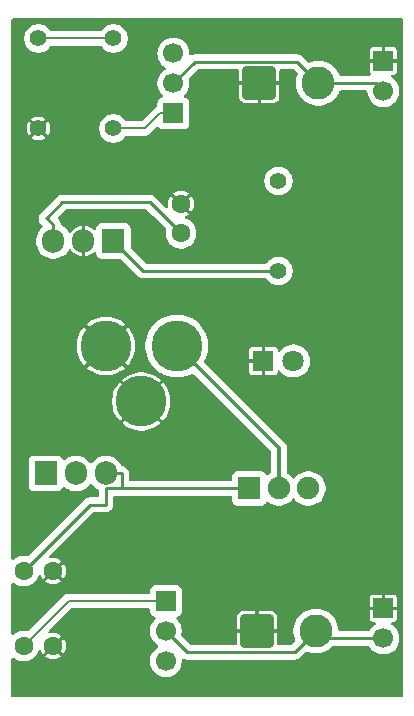
<source format=gbl>
%TF.GenerationSoftware,KiCad,Pcbnew,9.0.6-9.0.6~ubuntu24.04.1*%
%TF.CreationDate,2025-11-30T14:47:38-06:00*%
%TF.ProjectId,breadboard_power_supply,62726561-6462-46f6-9172-645f706f7765,Version 1*%
%TF.SameCoordinates,Original*%
%TF.FileFunction,Copper,L2,Bot*%
%TF.FilePolarity,Positive*%
%FSLAX46Y46*%
G04 Gerber Fmt 4.6, Leading zero omitted, Abs format (unit mm)*
G04 Created by KiCad (PCBNEW 9.0.6-9.0.6~ubuntu24.04.1) date 2025-11-30 14:47:38*
%MOMM*%
%LPD*%
G01*
G04 APERTURE LIST*
G04 Aperture macros list*
%AMRoundRect*
0 Rectangle with rounded corners*
0 $1 Rounding radius*
0 $2 $3 $4 $5 $6 $7 $8 $9 X,Y pos of 4 corners*
0 Add a 4 corners polygon primitive as box body*
4,1,4,$2,$3,$4,$5,$6,$7,$8,$9,$2,$3,0*
0 Add four circle primitives for the rounded corners*
1,1,$1+$1,$2,$3*
1,1,$1+$1,$4,$5*
1,1,$1+$1,$6,$7*
1,1,$1+$1,$8,$9*
0 Add four rect primitives between the rounded corners*
20,1,$1+$1,$2,$3,$4,$5,0*
20,1,$1+$1,$4,$5,$6,$7,0*
20,1,$1+$1,$6,$7,$8,$9,0*
20,1,$1+$1,$8,$9,$2,$3,0*%
G04 Aperture macros list end*
%TA.AperFunction,ComponentPad*%
%ADD10R,1.700000X1.700000*%
%TD*%
%TA.AperFunction,ComponentPad*%
%ADD11C,1.700000*%
%TD*%
%TA.AperFunction,ComponentPad*%
%ADD12C,1.600000*%
%TD*%
%TA.AperFunction,ComponentPad*%
%ADD13C,1.400000*%
%TD*%
%TA.AperFunction,ComponentPad*%
%ADD14R,1.900000X1.900000*%
%TD*%
%TA.AperFunction,ComponentPad*%
%ADD15C,1.900000*%
%TD*%
%TA.AperFunction,ComponentPad*%
%ADD16R,1.800000X1.800000*%
%TD*%
%TA.AperFunction,ComponentPad*%
%ADD17C,1.800000*%
%TD*%
%TA.AperFunction,ComponentPad*%
%ADD18R,1.905000X2.000000*%
%TD*%
%TA.AperFunction,ComponentPad*%
%ADD19O,1.905000X2.000000*%
%TD*%
%TA.AperFunction,ComponentPad*%
%ADD20RoundRect,0.250001X-1.149999X-1.149999X1.149999X-1.149999X1.149999X1.149999X-1.149999X1.149999X0*%
%TD*%
%TA.AperFunction,ComponentPad*%
%ADD21C,2.800000*%
%TD*%
%TA.AperFunction,ComponentPad*%
%ADD22C,4.318000*%
%TD*%
%TA.AperFunction,Conductor*%
%ADD23C,0.250000*%
%TD*%
%TA.AperFunction,Conductor*%
%ADD24C,0.200000*%
%TD*%
%TA.AperFunction,Conductor*%
%ADD25C,0.350000*%
%TD*%
G04 APERTURE END LIST*
D10*
%TO.P,J3,1,Pin_1*%
%TO.N,/3.3V*%
X189230000Y-125730000D03*
D11*
%TO.P,J3,2,Pin_2*%
%TO.N,/POWER_OUT_BOTTOM*%
X189230000Y-128270000D03*
%TO.P,J3,3,Pin_3*%
%TO.N,/5V*%
X189230000Y-130810000D03*
%TD*%
D12*
%TO.P,C3,1*%
%TO.N,/3.3V*%
X177185000Y-129540000D03*
%TO.P,C3,2*%
%TO.N,GND*%
X179685000Y-129540000D03*
%TD*%
D13*
%TO.P,R2,1*%
%TO.N,Net-(U2-ADJ)*%
X184785000Y-78105000D03*
%TO.P,R2,2*%
%TO.N,/3.3V*%
X184785000Y-85725000D03*
%TD*%
D14*
%TO.P,S1,1*%
%TO.N,/12V*%
X196295000Y-116205000D03*
D15*
%TO.P,S1,2*%
%TO.N,/PWR_INPUT*%
X198795000Y-116205000D03*
%TO.P,S1,3*%
%TO.N,unconnected-(S1-Pad3)*%
X201295000Y-116205000D03*
%TD*%
D10*
%TO.P,J1,1,Pin_1*%
%TO.N,GND*%
X207645000Y-80010000D03*
D11*
%TO.P,J1,2,Pin_2*%
%TO.N,/POWER_OUT_TOP*%
X207645000Y-82550000D03*
%TD*%
D16*
%TO.P,D1,1*%
%TO.N,GND*%
X197485000Y-105410000D03*
D17*
%TO.P,D1,2*%
%TO.N,Net-(D1-Pad2)*%
X200025000Y-105410000D03*
%TD*%
D18*
%TO.P,U3,1,VI*%
%TO.N,/12V*%
X184785000Y-95250000D03*
D19*
%TO.P,U3,2,GND*%
%TO.N,GND*%
X182245000Y-95250000D03*
%TO.P,U3,3,VO*%
%TO.N,/5V*%
X179705000Y-95250000D03*
%TD*%
D12*
%TO.P,C1,1*%
%TO.N,/12V*%
X177185000Y-123190000D03*
%TO.P,C1,2*%
%TO.N,GND*%
X179685000Y-123190000D03*
%TD*%
D10*
%TO.P,J2,1,Pin_1*%
%TO.N,GND*%
X207645000Y-126365000D03*
D11*
%TO.P,J2,2,Pin_2*%
%TO.N,/POWER_OUT_BOTTOM*%
X207645000Y-128905000D03*
%TD*%
D10*
%TO.P,J4,1,Pin_1*%
%TO.N,/3.3V*%
X189865000Y-84455000D03*
D11*
%TO.P,J4,2,Pin_2*%
%TO.N,/POWER_OUT_TOP*%
X189865000Y-81915000D03*
%TO.P,J4,3,Pin_3*%
%TO.N,/5V*%
X189865000Y-79375000D03*
%TD*%
D13*
%TO.P,R3,1*%
%TO.N,GND*%
X178435000Y-85725000D03*
%TO.P,R3,2*%
%TO.N,Net-(U2-ADJ)*%
X178435000Y-78105000D03*
%TD*%
D20*
%TO.P,J7,1,Pin_1*%
%TO.N,GND*%
X196930000Y-128270000D03*
D21*
%TO.P,J7,2,Pin_2*%
%TO.N,/POWER_OUT_BOTTOM*%
X201930000Y-128270000D03*
%TD*%
D12*
%TO.P,C2,1*%
%TO.N,/5V*%
X190500000Y-94595000D03*
%TO.P,C2,2*%
%TO.N,GND*%
X190500000Y-92095000D03*
%TD*%
D18*
%TO.P,U2,1,ADJ*%
%TO.N,Net-(U2-ADJ)*%
X179070000Y-114935000D03*
D19*
%TO.P,U2,2,VO*%
%TO.N,/3.3V*%
X181610000Y-114935000D03*
%TO.P,U2,3,VI*%
%TO.N,/12V*%
X184150000Y-114935000D03*
%TD*%
D20*
%TO.P,J5,1,Pin_1*%
%TO.N,GND*%
X197140000Y-81882500D03*
D21*
%TO.P,J5,2,Pin_2*%
%TO.N,/POWER_OUT_TOP*%
X202140000Y-81882500D03*
%TD*%
D13*
%TO.P,R1,1*%
%TO.N,Net-(D1-Pad2)*%
X198755000Y-90170000D03*
%TO.P,R1,2*%
%TO.N,/12V*%
X198755000Y-97790000D03*
%TD*%
D22*
%TO.P,J6,1,PWR*%
%TO.N,/PWR_INPUT*%
X190150000Y-104140000D03*
%TO.P,J6,2,GND*%
%TO.N,GND*%
X184150000Y-104140000D03*
%TO.P,J6,3,GNDBREAK*%
X187150000Y-108840000D03*
%TD*%
D23*
%TO.N,/POWER_OUT_BOTTOM*%
X207645000Y-128905000D02*
X202860000Y-128905000D01*
X202860000Y-128905000D02*
X202808300Y-128905000D01*
X202808300Y-128905000D02*
X202565000Y-128905000D01*
X202565000Y-128905000D02*
X201930000Y-128270000D01*
X191032400Y-130072400D02*
X189230000Y-128270000D01*
X200127600Y-130072400D02*
X191032400Y-130072400D01*
X201930000Y-128270000D02*
X200127600Y-130072400D01*
D24*
%TO.N,Net-(U2-ADJ)*%
X184785000Y-78105000D02*
X178435000Y-78105000D01*
D25*
%TO.N,/PWR_INPUT*%
X198795000Y-112785000D02*
X198795000Y-116205000D01*
X190150000Y-104140000D02*
X198795000Y-112785000D01*
D23*
%TO.N,/POWER_OUT_TOP*%
X206977500Y-81882500D02*
X207645000Y-82550000D01*
X202140000Y-81882500D02*
X206977500Y-81882500D01*
X200346700Y-80089200D02*
X202140000Y-81882500D01*
X191690800Y-80089200D02*
X200346700Y-80089200D01*
X189865000Y-81915000D02*
X191690800Y-80089200D01*
D24*
%TO.N,/3.3V*%
X189230000Y-125730000D02*
X180995000Y-125730000D01*
X187443000Y-85725000D02*
X188713000Y-84455000D01*
X184785000Y-85725000D02*
X187443000Y-85725000D01*
X189865000Y-84455000D02*
X188713000Y-84455000D01*
X180995000Y-125730000D02*
X177185000Y-129540000D01*
D23*
%TO.N,/5V*%
X179705000Y-93872200D02*
X179124000Y-93291100D01*
X179705000Y-95250000D02*
X179705000Y-93872200D01*
X180462000Y-91952700D02*
X179124000Y-93291100D01*
X187858000Y-91952700D02*
X180462000Y-91952700D01*
X190500000Y-94595000D02*
X187858000Y-91952700D01*
X179124000Y-93291100D02*
X179070000Y-93345000D01*
%TO.N,/12V*%
X184150000Y-117582000D02*
X182793000Y-117582000D01*
X184150000Y-116205000D02*
X184150000Y-117582000D01*
X187325000Y-97790000D02*
X198755000Y-97790000D01*
X184785000Y-95250000D02*
X187325000Y-97790000D01*
X182793000Y-117582000D02*
X177185000Y-123190000D01*
X190222000Y-116205000D02*
X190171000Y-116205000D01*
X196295000Y-116205000D02*
X190222000Y-116205000D01*
X185420000Y-116205000D02*
X184150000Y-116205000D01*
X185479000Y-116146000D02*
X185479000Y-114935000D01*
X185420000Y-116205000D02*
X185479000Y-116146000D01*
X190171000Y-116205000D02*
X185420000Y-116205000D01*
X184150000Y-114935000D02*
X185479000Y-114935000D01*
%TD*%
%TA.AperFunction,Conductor*%
%TO.N,GND*%
G36*
X209246539Y-76426685D02*
G01*
X209292294Y-76479489D01*
X209303500Y-76531000D01*
X209303500Y-133777500D01*
X209283815Y-133844539D01*
X209231011Y-133890294D01*
X209179500Y-133901500D01*
X176265500Y-133901500D01*
X176198461Y-133881815D01*
X176152706Y-133829011D01*
X176141500Y-133777500D01*
X176141500Y-130632723D01*
X176161185Y-130565684D01*
X176213989Y-130519929D01*
X176283147Y-130509985D01*
X176338385Y-130532405D01*
X176503390Y-130652287D01*
X176604319Y-130703713D01*
X176685776Y-130745218D01*
X176685778Y-130745218D01*
X176685781Y-130745220D01*
X176790137Y-130779127D01*
X176880465Y-130808477D01*
X176981557Y-130824488D01*
X177082648Y-130840500D01*
X177082649Y-130840500D01*
X177287351Y-130840500D01*
X177287352Y-130840500D01*
X177489534Y-130808477D01*
X177684219Y-130745220D01*
X177866610Y-130652287D01*
X177996031Y-130558258D01*
X178032213Y-130531971D01*
X178032215Y-130531968D01*
X178032219Y-130531966D01*
X178176966Y-130387219D01*
X178246446Y-130291588D01*
X178254670Y-130280266D01*
X178297287Y-130221610D01*
X178390220Y-130039219D01*
X178422478Y-129939938D01*
X178461916Y-129882263D01*
X178526274Y-129855065D01*
X178595121Y-129866980D01*
X178646596Y-129914224D01*
X178658340Y-129939939D01*
X178665591Y-129962255D01*
X178744198Y-130116528D01*
X178808219Y-130204646D01*
X178808220Y-130204647D01*
X179314533Y-129698333D01*
X179364920Y-129785606D01*
X179439394Y-129860080D01*
X179526665Y-129910465D01*
X179020351Y-130416778D01*
X179020352Y-130416780D01*
X179108471Y-130480801D01*
X179262742Y-130559408D01*
X179427415Y-130612914D01*
X179598429Y-130640000D01*
X179771571Y-130640000D01*
X179942584Y-130612914D01*
X180107257Y-130559408D01*
X180261525Y-130480803D01*
X180349646Y-130416778D01*
X180349647Y-130416778D01*
X179843334Y-129910465D01*
X179930606Y-129860080D01*
X180005080Y-129785606D01*
X180055466Y-129698334D01*
X180561778Y-130204647D01*
X180561778Y-130204646D01*
X180625803Y-130116525D01*
X180704408Y-129962257D01*
X180757914Y-129797584D01*
X180785000Y-129626571D01*
X180785000Y-129453428D01*
X180757914Y-129282415D01*
X180704408Y-129117742D01*
X180625801Y-128963471D01*
X180561780Y-128875352D01*
X180561778Y-128875351D01*
X180055465Y-129381664D01*
X180005080Y-129294394D01*
X179930606Y-129219920D01*
X179843333Y-129169533D01*
X180349647Y-128663220D01*
X180349646Y-128663219D01*
X180261528Y-128599198D01*
X180107257Y-128520591D01*
X179942584Y-128467085D01*
X179771571Y-128440000D01*
X179598428Y-128440000D01*
X179423809Y-128467656D01*
X179354516Y-128458701D01*
X179301064Y-128413705D01*
X179280425Y-128346953D01*
X179299150Y-128279639D01*
X179316724Y-128257509D01*
X181207417Y-126366819D01*
X181268740Y-126333334D01*
X181295098Y-126330500D01*
X187755501Y-126330500D01*
X187822540Y-126350185D01*
X187868295Y-126402989D01*
X187879501Y-126454500D01*
X187879501Y-126627876D01*
X187885908Y-126687483D01*
X187936202Y-126822328D01*
X187936206Y-126822335D01*
X188022452Y-126937544D01*
X188022455Y-126937547D01*
X188137664Y-127023793D01*
X188137671Y-127023797D01*
X188269082Y-127072810D01*
X188325016Y-127114681D01*
X188349433Y-127180145D01*
X188334582Y-127248418D01*
X188313431Y-127276673D01*
X188199889Y-127390215D01*
X188074951Y-127562179D01*
X187978444Y-127751585D01*
X187912753Y-127953760D01*
X187882397Y-128145424D01*
X187879500Y-128163713D01*
X187879500Y-128376287D01*
X187886424Y-128420000D01*
X187906632Y-128547595D01*
X187912754Y-128586243D01*
X187970417Y-128763712D01*
X187978444Y-128788414D01*
X188074951Y-128977820D01*
X188199890Y-129149786D01*
X188350213Y-129300109D01*
X188522182Y-129425050D01*
X188530946Y-129429516D01*
X188581742Y-129477491D01*
X188598536Y-129545312D01*
X188575998Y-129611447D01*
X188530946Y-129650484D01*
X188522182Y-129654949D01*
X188350213Y-129779890D01*
X188199890Y-129930213D01*
X188074951Y-130102179D01*
X187978444Y-130291585D01*
X187912753Y-130493760D01*
X187879500Y-130703713D01*
X187879500Y-130916286D01*
X187912753Y-131126239D01*
X187978444Y-131328414D01*
X188074951Y-131517820D01*
X188199890Y-131689786D01*
X188350213Y-131840109D01*
X188522179Y-131965048D01*
X188522181Y-131965049D01*
X188522184Y-131965051D01*
X188711588Y-132061557D01*
X188913757Y-132127246D01*
X189123713Y-132160500D01*
X189123714Y-132160500D01*
X189336286Y-132160500D01*
X189336287Y-132160500D01*
X189546243Y-132127246D01*
X189748412Y-132061557D01*
X189937816Y-131965051D01*
X189959789Y-131949086D01*
X190109786Y-131840109D01*
X190109788Y-131840106D01*
X190109792Y-131840104D01*
X190260104Y-131689792D01*
X190260106Y-131689788D01*
X190260109Y-131689786D01*
X190385048Y-131517820D01*
X190385047Y-131517820D01*
X190385051Y-131517816D01*
X190481557Y-131328412D01*
X190547246Y-131126243D01*
X190580500Y-130916287D01*
X190580500Y-130747833D01*
X190589740Y-130716363D01*
X190597857Y-130684561D01*
X190599538Y-130682995D01*
X190600185Y-130680794D01*
X190624967Y-130659319D01*
X190648994Y-130636950D01*
X190651254Y-130636542D01*
X190652989Y-130635039D01*
X190685457Y-130630370D01*
X190717753Y-130624543D01*
X190720719Y-130625300D01*
X190722147Y-130625095D01*
X190751947Y-130633270D01*
X190797859Y-130652287D01*
X190797860Y-130652287D01*
X190797861Y-130652288D01*
X190849943Y-130673861D01*
X190849948Y-130673863D01*
X190869997Y-130677851D01*
X190903596Y-130684534D01*
X190970792Y-130697901D01*
X190970794Y-130697901D01*
X191100121Y-130697901D01*
X191100141Y-130697900D01*
X200189207Y-130697900D01*
X200249629Y-130685881D01*
X200310052Y-130673863D01*
X200362141Y-130652287D01*
X200423886Y-130626712D01*
X200475109Y-130592484D01*
X200526333Y-130558258D01*
X200613458Y-130471133D01*
X200613458Y-130471131D01*
X200623666Y-130460924D01*
X200623667Y-130460921D01*
X201042334Y-130042254D01*
X201103656Y-130008771D01*
X201173348Y-130013755D01*
X201177423Y-130015358D01*
X201317793Y-130073502D01*
X201558435Y-130137982D01*
X201805435Y-130170500D01*
X201805442Y-130170500D01*
X202054558Y-130170500D01*
X202054565Y-130170500D01*
X202301565Y-130137982D01*
X202542207Y-130073502D01*
X202772373Y-129978164D01*
X202988127Y-129853599D01*
X203185776Y-129701938D01*
X203320896Y-129566817D01*
X203382217Y-129533334D01*
X203408576Y-129530500D01*
X206372019Y-129530500D01*
X206439058Y-129550185D01*
X206482503Y-129598203D01*
X206489950Y-129612819D01*
X206614890Y-129784786D01*
X206765213Y-129935109D01*
X206937179Y-130060048D01*
X206937181Y-130060049D01*
X206937184Y-130060051D01*
X207126588Y-130156557D01*
X207328757Y-130222246D01*
X207538713Y-130255500D01*
X207538714Y-130255500D01*
X207751286Y-130255500D01*
X207751287Y-130255500D01*
X207961243Y-130222246D01*
X208163412Y-130156557D01*
X208352816Y-130060051D01*
X208381489Y-130039219D01*
X208524786Y-129935109D01*
X208524788Y-129935106D01*
X208524792Y-129935104D01*
X208675104Y-129784792D01*
X208675106Y-129784788D01*
X208675109Y-129784786D01*
X208800048Y-129612820D01*
X208800049Y-129612819D01*
X208800051Y-129612816D01*
X208896557Y-129423412D01*
X208962246Y-129221243D01*
X208995500Y-129011287D01*
X208995500Y-128798713D01*
X208962246Y-128588757D01*
X208896557Y-128386588D01*
X208800051Y-128197184D01*
X208800049Y-128197181D01*
X208800048Y-128197179D01*
X208675109Y-128025213D01*
X208524786Y-127874890D01*
X208352817Y-127749949D01*
X208351904Y-127749484D01*
X208351618Y-127749214D01*
X208348664Y-127747404D01*
X208349044Y-127746783D01*
X208301108Y-127701510D01*
X208284312Y-127633689D01*
X208306849Y-127567554D01*
X208361564Y-127524102D01*
X208408198Y-127514999D01*
X208539786Y-127514999D01*
X208539808Y-127514997D01*
X208564869Y-127512091D01*
X208564873Y-127512090D01*
X208667474Y-127466788D01*
X208667479Y-127466785D01*
X208746785Y-127387479D01*
X208746788Y-127387474D01*
X208792089Y-127284877D01*
X208792089Y-127284875D01*
X208794999Y-127259794D01*
X208795000Y-127259791D01*
X208795000Y-126515000D01*
X208122445Y-126515000D01*
X208145000Y-126430826D01*
X208145000Y-126299174D01*
X208122445Y-126215000D01*
X208794999Y-126215000D01*
X208794999Y-125470214D01*
X208794997Y-125470191D01*
X208792091Y-125445130D01*
X208792090Y-125445126D01*
X208746788Y-125342525D01*
X208746785Y-125342520D01*
X208667479Y-125263214D01*
X208667474Y-125263211D01*
X208564876Y-125217910D01*
X208539794Y-125215000D01*
X207795000Y-125215000D01*
X207795000Y-125887554D01*
X207710826Y-125865000D01*
X207579174Y-125865000D01*
X207495000Y-125887554D01*
X207495000Y-125215000D01*
X206750214Y-125215000D01*
X206750191Y-125215002D01*
X206725130Y-125217908D01*
X206725126Y-125217909D01*
X206622525Y-125263211D01*
X206622520Y-125263214D01*
X206543214Y-125342520D01*
X206543211Y-125342525D01*
X206497910Y-125445122D01*
X206497910Y-125445124D01*
X206495000Y-125470205D01*
X206495000Y-126215000D01*
X207167555Y-126215000D01*
X207145000Y-126299174D01*
X207145000Y-126430826D01*
X207167555Y-126515000D01*
X206495001Y-126515000D01*
X206495001Y-127259785D01*
X206495002Y-127259808D01*
X206497908Y-127284869D01*
X206497909Y-127284873D01*
X206543211Y-127387474D01*
X206543214Y-127387479D01*
X206622520Y-127466785D01*
X206622525Y-127466788D01*
X206725123Y-127512089D01*
X206750206Y-127514999D01*
X206881799Y-127514999D01*
X206948839Y-127534683D01*
X206994594Y-127587487D01*
X207004538Y-127656645D01*
X206975514Y-127720201D01*
X206941148Y-127747098D01*
X206941336Y-127747404D01*
X206938674Y-127749034D01*
X206938111Y-127749476D01*
X206937182Y-127749949D01*
X206765213Y-127874890D01*
X206614890Y-128025213D01*
X206489950Y-128197180D01*
X206482503Y-128211797D01*
X206434527Y-128262592D01*
X206372019Y-128279500D01*
X203954500Y-128279500D01*
X203887461Y-128259815D01*
X203841706Y-128207011D01*
X203830500Y-128155500D01*
X203830500Y-128145441D01*
X203830500Y-128145435D01*
X203797982Y-127898435D01*
X203733502Y-127657793D01*
X203638164Y-127427627D01*
X203616564Y-127390215D01*
X203513599Y-127211873D01*
X203361939Y-127014225D01*
X203361933Y-127014218D01*
X203185781Y-126838066D01*
X203185774Y-126838060D01*
X202988126Y-126686400D01*
X202772376Y-126561837D01*
X202772361Y-126561830D01*
X202542207Y-126466498D01*
X202497430Y-126454500D01*
X202301565Y-126402018D01*
X202301564Y-126402017D01*
X202301561Y-126402017D01*
X202054575Y-126369501D01*
X202054570Y-126369500D01*
X202054565Y-126369500D01*
X201805435Y-126369500D01*
X201805429Y-126369500D01*
X201805424Y-126369501D01*
X201558438Y-126402017D01*
X201317792Y-126466498D01*
X201087638Y-126561830D01*
X201087623Y-126561837D01*
X200871873Y-126686400D01*
X200674225Y-126838060D01*
X200674218Y-126838066D01*
X200498066Y-127014218D01*
X200498060Y-127014225D01*
X200346400Y-127211873D01*
X200221837Y-127427623D01*
X200221830Y-127427638D01*
X200126498Y-127657792D01*
X200062017Y-127898438D01*
X200029501Y-128145424D01*
X200029500Y-128145441D01*
X200029500Y-128394558D01*
X200029501Y-128394575D01*
X200055065Y-128588757D01*
X200062018Y-128641565D01*
X200068703Y-128666514D01*
X200126499Y-128882211D01*
X200184622Y-129022532D01*
X200192091Y-129092002D01*
X200160816Y-129154481D01*
X200157761Y-129157647D01*
X199904827Y-129410582D01*
X199843507Y-129444066D01*
X199817148Y-129446900D01*
X198754000Y-129446900D01*
X198686961Y-129427215D01*
X198641206Y-129374411D01*
X198630000Y-129322900D01*
X198630000Y-128420000D01*
X197562897Y-128420000D01*
X197580000Y-128334019D01*
X197580000Y-128205981D01*
X197562897Y-128120000D01*
X198629999Y-128120000D01*
X198629999Y-127076947D01*
X198619386Y-126988556D01*
X198619384Y-126988552D01*
X198563921Y-126847908D01*
X198563920Y-126847906D01*
X198472564Y-126727435D01*
X198352093Y-126636079D01*
X198352091Y-126636078D01*
X198211445Y-126580614D01*
X198123053Y-126570000D01*
X197080000Y-126570000D01*
X197080000Y-127637102D01*
X196994019Y-127620000D01*
X196865981Y-127620000D01*
X196780000Y-127637102D01*
X196780000Y-126570000D01*
X195736947Y-126570000D01*
X195648556Y-126580613D01*
X195648552Y-126580615D01*
X195507908Y-126636078D01*
X195507906Y-126636079D01*
X195387435Y-126727435D01*
X195296079Y-126847906D01*
X195296078Y-126847908D01*
X195240614Y-126988554D01*
X195230000Y-127076947D01*
X195230000Y-128120000D01*
X196297103Y-128120000D01*
X196280000Y-128205981D01*
X196280000Y-128334019D01*
X196297103Y-128420000D01*
X195230001Y-128420000D01*
X195230001Y-129322900D01*
X195210316Y-129389939D01*
X195157512Y-129435694D01*
X195106001Y-129446900D01*
X191342853Y-129446900D01*
X191275814Y-129427215D01*
X191255172Y-129410581D01*
X190572428Y-128727837D01*
X190538943Y-128666514D01*
X190542178Y-128601837D01*
X190547246Y-128586243D01*
X190580500Y-128376287D01*
X190580500Y-128163713D01*
X190547246Y-127953757D01*
X190481557Y-127751588D01*
X190385051Y-127562184D01*
X190385049Y-127562181D01*
X190385048Y-127562179D01*
X190260109Y-127390213D01*
X190146569Y-127276673D01*
X190113084Y-127215350D01*
X190118068Y-127145658D01*
X190159940Y-127089725D01*
X190190915Y-127072810D01*
X190322331Y-127023796D01*
X190369406Y-126988556D01*
X190388892Y-126973969D01*
X190415377Y-126954141D01*
X190437546Y-126937546D01*
X190523796Y-126822331D01*
X190574091Y-126687483D01*
X190580500Y-126627873D01*
X190580499Y-124832128D01*
X190574091Y-124772517D01*
X190523796Y-124637669D01*
X190523795Y-124637668D01*
X190523793Y-124637664D01*
X190437547Y-124522455D01*
X190437544Y-124522452D01*
X190322335Y-124436206D01*
X190322328Y-124436202D01*
X190187482Y-124385908D01*
X190187483Y-124385908D01*
X190127883Y-124379501D01*
X190127881Y-124379500D01*
X190127873Y-124379500D01*
X190127864Y-124379500D01*
X188332129Y-124379500D01*
X188332123Y-124379501D01*
X188272516Y-124385908D01*
X188137671Y-124436202D01*
X188137664Y-124436206D01*
X188022455Y-124522452D01*
X188022452Y-124522455D01*
X187936206Y-124637664D01*
X187936202Y-124637671D01*
X187885908Y-124772517D01*
X187879501Y-124832116D01*
X187879501Y-124832123D01*
X187879500Y-124832135D01*
X187879500Y-125005500D01*
X187859815Y-125072539D01*
X187807011Y-125118294D01*
X187755500Y-125129500D01*
X181081670Y-125129500D01*
X181081654Y-125129499D01*
X181074058Y-125129499D01*
X180915943Y-125129499D01*
X180839579Y-125149961D01*
X180763214Y-125170423D01*
X180763209Y-125170426D01*
X180626290Y-125249475D01*
X180626282Y-125249481D01*
X177629842Y-128245921D01*
X177568519Y-128279406D01*
X177503848Y-128276173D01*
X177489534Y-128271522D01*
X177314995Y-128243878D01*
X177287352Y-128239500D01*
X177082648Y-128239500D01*
X177058329Y-128243351D01*
X176880465Y-128271522D01*
X176685776Y-128334781D01*
X176503390Y-128427712D01*
X176338385Y-128547595D01*
X176272578Y-128571074D01*
X176204525Y-128555248D01*
X176155830Y-128505142D01*
X176141500Y-128447276D01*
X176141500Y-124282723D01*
X176161185Y-124215684D01*
X176213989Y-124169929D01*
X176283147Y-124159985D01*
X176338385Y-124182405D01*
X176503390Y-124302287D01*
X176619607Y-124361503D01*
X176685776Y-124395218D01*
X176685778Y-124395218D01*
X176685781Y-124395220D01*
X176790137Y-124429127D01*
X176880465Y-124458477D01*
X176981557Y-124474488D01*
X177082648Y-124490500D01*
X177082649Y-124490500D01*
X177287351Y-124490500D01*
X177287352Y-124490500D01*
X177489534Y-124458477D01*
X177684219Y-124395220D01*
X177866610Y-124302287D01*
X177994448Y-124209408D01*
X178032213Y-124181971D01*
X178032215Y-124181968D01*
X178032219Y-124181966D01*
X178176966Y-124037219D01*
X178297287Y-123871610D01*
X178390220Y-123689219D01*
X178422478Y-123589938D01*
X178461916Y-123532263D01*
X178526274Y-123505065D01*
X178595121Y-123516980D01*
X178646596Y-123564224D01*
X178658340Y-123589939D01*
X178665591Y-123612255D01*
X178744198Y-123766528D01*
X178808219Y-123854646D01*
X178808220Y-123854647D01*
X179314533Y-123348333D01*
X179364920Y-123435606D01*
X179439394Y-123510080D01*
X179526665Y-123560465D01*
X179020351Y-124066778D01*
X179020352Y-124066780D01*
X179108471Y-124130801D01*
X179262742Y-124209408D01*
X179427415Y-124262914D01*
X179598429Y-124290000D01*
X179771571Y-124290000D01*
X179942584Y-124262914D01*
X180107257Y-124209408D01*
X180261525Y-124130803D01*
X180349646Y-124066778D01*
X180349647Y-124066778D01*
X179843334Y-123560465D01*
X179930606Y-123510080D01*
X180005080Y-123435606D01*
X180055466Y-123348334D01*
X180561778Y-123854647D01*
X180561778Y-123854646D01*
X180625803Y-123766525D01*
X180704408Y-123612257D01*
X180757914Y-123447584D01*
X180785000Y-123276571D01*
X180785000Y-123103428D01*
X180757914Y-122932415D01*
X180704408Y-122767742D01*
X180625801Y-122613471D01*
X180561780Y-122525352D01*
X180561778Y-122525351D01*
X180055465Y-123031664D01*
X180005080Y-122944394D01*
X179930606Y-122869920D01*
X179843333Y-122819533D01*
X180349647Y-122313220D01*
X180349646Y-122313219D01*
X180261528Y-122249198D01*
X180107257Y-122170591D01*
X179942584Y-122117085D01*
X179771571Y-122090000D01*
X179598429Y-122090000D01*
X179465819Y-122111003D01*
X179396525Y-122102048D01*
X179343073Y-122057052D01*
X179322434Y-121990300D01*
X179341159Y-121922987D01*
X179358740Y-121900849D01*
X183015772Y-118243819D01*
X183077095Y-118210334D01*
X183103453Y-118207500D01*
X184211607Y-118207500D01*
X184211608Y-118207499D01*
X184332452Y-118183463D01*
X184446286Y-118136311D01*
X184548733Y-118067858D01*
X184635858Y-117980733D01*
X184704311Y-117878286D01*
X184751463Y-117764452D01*
X184775500Y-117643606D01*
X184775500Y-116954500D01*
X184795185Y-116887461D01*
X184847989Y-116841706D01*
X184899500Y-116830500D01*
X185358393Y-116830500D01*
X185358394Y-116830500D01*
X190109394Y-116830500D01*
X190160394Y-116830500D01*
X194720501Y-116830500D01*
X194787540Y-116850185D01*
X194833295Y-116902989D01*
X194844501Y-116954500D01*
X194844501Y-117202876D01*
X194850908Y-117262483D01*
X194901202Y-117397328D01*
X194901206Y-117397335D01*
X194987452Y-117512544D01*
X194987455Y-117512547D01*
X195102664Y-117598793D01*
X195102671Y-117598797D01*
X195237517Y-117649091D01*
X195237516Y-117649091D01*
X195244444Y-117649835D01*
X195297127Y-117655500D01*
X197292872Y-117655499D01*
X197352483Y-117649091D01*
X197487331Y-117598796D01*
X197602546Y-117512546D01*
X197688796Y-117397331D01*
X197691368Y-117390436D01*
X197733237Y-117334501D01*
X197798700Y-117310081D01*
X197866974Y-117324931D01*
X197880435Y-117333445D01*
X198034772Y-117445579D01*
X198130884Y-117494550D01*
X198238196Y-117549229D01*
X198238198Y-117549229D01*
X198238201Y-117549231D01*
X198354592Y-117587049D01*
X198455339Y-117619784D01*
X198680838Y-117655500D01*
X198680843Y-117655500D01*
X198909162Y-117655500D01*
X199134660Y-117619784D01*
X199351799Y-117549231D01*
X199555228Y-117445579D01*
X199739937Y-117311379D01*
X199901379Y-117149937D01*
X199944683Y-117090333D01*
X200000012Y-117047670D01*
X200069626Y-117041691D01*
X200131421Y-117074297D01*
X200145313Y-117090329D01*
X200188621Y-117149937D01*
X200350063Y-117311379D01*
X200534772Y-117445579D01*
X200630884Y-117494550D01*
X200738196Y-117549229D01*
X200738198Y-117549229D01*
X200738201Y-117549231D01*
X200854592Y-117587049D01*
X200955339Y-117619784D01*
X201180838Y-117655500D01*
X201180843Y-117655500D01*
X201409162Y-117655500D01*
X201634660Y-117619784D01*
X201851799Y-117549231D01*
X202055228Y-117445579D01*
X202239937Y-117311379D01*
X202401379Y-117149937D01*
X202535579Y-116965228D01*
X202639231Y-116761799D01*
X202709784Y-116544660D01*
X202745500Y-116319162D01*
X202745500Y-116090837D01*
X202709784Y-115865339D01*
X202639229Y-115648196D01*
X202567291Y-115507011D01*
X202535579Y-115444772D01*
X202401379Y-115260063D01*
X202239937Y-115098621D01*
X202055228Y-114964421D01*
X202038202Y-114955746D01*
X201851803Y-114860770D01*
X201634660Y-114790215D01*
X201409162Y-114754500D01*
X201409157Y-114754500D01*
X201180843Y-114754500D01*
X201180838Y-114754500D01*
X200955339Y-114790215D01*
X200738196Y-114860770D01*
X200534771Y-114964421D01*
X200350061Y-115098622D01*
X200188623Y-115260060D01*
X200188616Y-115260069D01*
X200145317Y-115319664D01*
X200089987Y-115362330D01*
X200020373Y-115368308D01*
X199958579Y-115335701D01*
X199944683Y-115319664D01*
X199901383Y-115260069D01*
X199901379Y-115260063D01*
X199739937Y-115098621D01*
X199555228Y-114964421D01*
X199538203Y-114955746D01*
X199487408Y-114907770D01*
X199470500Y-114845262D01*
X199470500Y-112718466D01*
X199444541Y-112587969D01*
X199444540Y-112587968D01*
X199444540Y-112587964D01*
X199393620Y-112465031D01*
X199319695Y-112354394D01*
X199225606Y-112260305D01*
X192515080Y-105549779D01*
X192481595Y-105488456D01*
X192486579Y-105418764D01*
X192491028Y-105408326D01*
X192610929Y-105159350D01*
X192709586Y-104877404D01*
X192776055Y-104586185D01*
X192776056Y-104586173D01*
X192776057Y-104586170D01*
X192789686Y-104465205D01*
X196285000Y-104465205D01*
X196285000Y-105260000D01*
X197059318Y-105260000D01*
X197035000Y-105350756D01*
X197035000Y-105469244D01*
X197059318Y-105560000D01*
X196285001Y-105560000D01*
X196285001Y-106354785D01*
X196285002Y-106354808D01*
X196287908Y-106379869D01*
X196287909Y-106379873D01*
X196333211Y-106482474D01*
X196333214Y-106482479D01*
X196412520Y-106561785D01*
X196412525Y-106561788D01*
X196515123Y-106607089D01*
X196540206Y-106609999D01*
X197334999Y-106609999D01*
X197335000Y-106609998D01*
X197335000Y-105835681D01*
X197425756Y-105860000D01*
X197544244Y-105860000D01*
X197635000Y-105835681D01*
X197635000Y-106609999D01*
X198429786Y-106609999D01*
X198429808Y-106609997D01*
X198454869Y-106607091D01*
X198454873Y-106607090D01*
X198557474Y-106561788D01*
X198557479Y-106561785D01*
X198636785Y-106482479D01*
X198636788Y-106482474D01*
X198682089Y-106379877D01*
X198682089Y-106379875D01*
X198684999Y-106354794D01*
X198684999Y-106329959D01*
X198704681Y-106262919D01*
X198757484Y-106217162D01*
X198826642Y-106207217D01*
X198890198Y-106236239D01*
X198909317Y-106257069D01*
X198956756Y-106322363D01*
X199112636Y-106478243D01*
X199112641Y-106478247D01*
X199236286Y-106568079D01*
X199290978Y-106607815D01*
X199419375Y-106673237D01*
X199487393Y-106707895D01*
X199487396Y-106707896D01*
X199592221Y-106741955D01*
X199697049Y-106776015D01*
X199914778Y-106810500D01*
X199914779Y-106810500D01*
X200135221Y-106810500D01*
X200135222Y-106810500D01*
X200352951Y-106776015D01*
X200562606Y-106707895D01*
X200759022Y-106607815D01*
X200937365Y-106478242D01*
X201093242Y-106322365D01*
X201222815Y-106144022D01*
X201322895Y-105947606D01*
X201391015Y-105737951D01*
X201425500Y-105520222D01*
X201425500Y-105299778D01*
X201391015Y-105082049D01*
X201356955Y-104977221D01*
X201322896Y-104872396D01*
X201322895Y-104872393D01*
X201288237Y-104804375D01*
X201222815Y-104675978D01*
X201206260Y-104653192D01*
X201093247Y-104497641D01*
X201093243Y-104497636D01*
X200937363Y-104341756D01*
X200937358Y-104341752D01*
X200759025Y-104212187D01*
X200759024Y-104212186D01*
X200759022Y-104212185D01*
X200696096Y-104180122D01*
X200562606Y-104112104D01*
X200562603Y-104112103D01*
X200352952Y-104043985D01*
X200214510Y-104022058D01*
X200135222Y-104009500D01*
X199914778Y-104009500D01*
X199842201Y-104020995D01*
X199697047Y-104043985D01*
X199487396Y-104112103D01*
X199487393Y-104112104D01*
X199290974Y-104212187D01*
X199112641Y-104341752D01*
X199112636Y-104341756D01*
X198956756Y-104497636D01*
X198956752Y-104497641D01*
X198909317Y-104562931D01*
X198853988Y-104605597D01*
X198784374Y-104611576D01*
X198722579Y-104578971D01*
X198688222Y-104518132D01*
X198684999Y-104490046D01*
X198684999Y-104465214D01*
X198684997Y-104465191D01*
X198682091Y-104440130D01*
X198682090Y-104440126D01*
X198636788Y-104337525D01*
X198636785Y-104337520D01*
X198557479Y-104258214D01*
X198557474Y-104258211D01*
X198454876Y-104212910D01*
X198429794Y-104210000D01*
X197635000Y-104210000D01*
X197635000Y-104984318D01*
X197544244Y-104960000D01*
X197425756Y-104960000D01*
X197335000Y-104984318D01*
X197335000Y-104210000D01*
X196540214Y-104210000D01*
X196540191Y-104210002D01*
X196515130Y-104212908D01*
X196515126Y-104212909D01*
X196412525Y-104258211D01*
X196412520Y-104258214D01*
X196333214Y-104337520D01*
X196333211Y-104337525D01*
X196287910Y-104440122D01*
X196287910Y-104440124D01*
X196285000Y-104465205D01*
X192789686Y-104465205D01*
X192791654Y-104447742D01*
X192791654Y-104447741D01*
X192792512Y-104440122D01*
X192809500Y-104289354D01*
X192809500Y-103990646D01*
X192776055Y-103693815D01*
X192709586Y-103402596D01*
X192610929Y-103120650D01*
X192481324Y-102851523D01*
X192322401Y-102598599D01*
X192322399Y-102598596D01*
X192322398Y-102598594D01*
X192136166Y-102365065D01*
X191924934Y-102153833D01*
X191691405Y-101967601D01*
X191691403Y-101967600D01*
X191438474Y-101808674D01*
X191169353Y-101679072D01*
X190887415Y-101580417D01*
X190887403Y-101580413D01*
X190662653Y-101529115D01*
X190596185Y-101513945D01*
X190596181Y-101513944D01*
X190596172Y-101513943D01*
X190299358Y-101480500D01*
X190299354Y-101480500D01*
X190000646Y-101480500D01*
X190000641Y-101480500D01*
X189703827Y-101513943D01*
X189703815Y-101513945D01*
X189412596Y-101580413D01*
X189412584Y-101580417D01*
X189130646Y-101679072D01*
X188861525Y-101808674D01*
X188608596Y-101967600D01*
X188608594Y-101967601D01*
X188375065Y-102153833D01*
X188163833Y-102365065D01*
X187977601Y-102598594D01*
X187977600Y-102598596D01*
X187818674Y-102851525D01*
X187689072Y-103120646D01*
X187590417Y-103402584D01*
X187590413Y-103402596D01*
X187523945Y-103693815D01*
X187523943Y-103693827D01*
X187490500Y-103990641D01*
X187490500Y-104289358D01*
X187523943Y-104586172D01*
X187523945Y-104586184D01*
X187590413Y-104877403D01*
X187590417Y-104877415D01*
X187689072Y-105159353D01*
X187818674Y-105428474D01*
X187977600Y-105681403D01*
X187977601Y-105681405D01*
X188163833Y-105914934D01*
X188375065Y-106126166D01*
X188608594Y-106312398D01*
X188608597Y-106312399D01*
X188608599Y-106312401D01*
X188766982Y-106411920D01*
X188861525Y-106471325D01*
X188915693Y-106497411D01*
X189130650Y-106600929D01*
X189342400Y-106675023D01*
X189412584Y-106699582D01*
X189412596Y-106699586D01*
X189703815Y-106766055D01*
X190000642Y-106799499D01*
X190000643Y-106799500D01*
X190000646Y-106799500D01*
X190299357Y-106799500D01*
X190299357Y-106799499D01*
X190596185Y-106766055D01*
X190887404Y-106699586D01*
X191169350Y-106600929D01*
X191418301Y-106481040D01*
X191487237Y-106469689D01*
X191551372Y-106497411D01*
X191559779Y-106505080D01*
X198083181Y-113028482D01*
X198116666Y-113089805D01*
X198119500Y-113116163D01*
X198119500Y-114845262D01*
X198117608Y-114851702D01*
X198118812Y-114858306D01*
X198107889Y-114884803D01*
X198099815Y-114912301D01*
X198094115Y-114918218D01*
X198092184Y-114922903D01*
X198080270Y-114932591D01*
X198066394Y-114946997D01*
X198059391Y-114951876D01*
X198034772Y-114964421D01*
X197879492Y-115077239D01*
X197878445Y-115077969D01*
X197846435Y-115088683D01*
X197814630Y-115100032D01*
X197813392Y-115099744D01*
X197812189Y-115100147D01*
X197779482Y-115091858D01*
X197746576Y-115084207D01*
X197745690Y-115083295D01*
X197744460Y-115082984D01*
X197721422Y-115058325D01*
X197697881Y-115034101D01*
X197697041Y-115032227D01*
X197696762Y-115031928D01*
X197696662Y-115031380D01*
X197691369Y-115019566D01*
X197688798Y-115012673D01*
X197688793Y-115012664D01*
X197602547Y-114897455D01*
X197602544Y-114897452D01*
X197487335Y-114811206D01*
X197487328Y-114811202D01*
X197352482Y-114760908D01*
X197352483Y-114760908D01*
X197292883Y-114754501D01*
X197292881Y-114754500D01*
X197292873Y-114754500D01*
X197292864Y-114754500D01*
X195297129Y-114754500D01*
X195297123Y-114754501D01*
X195237516Y-114760908D01*
X195102671Y-114811202D01*
X195102664Y-114811206D01*
X194987455Y-114897452D01*
X194987452Y-114897455D01*
X194901206Y-115012664D01*
X194901202Y-115012671D01*
X194850908Y-115147517D01*
X194844501Y-115207116D01*
X194844500Y-115207135D01*
X194844500Y-115455500D01*
X194824815Y-115522539D01*
X194772011Y-115568294D01*
X194720500Y-115579500D01*
X186228500Y-115579500D01*
X186161461Y-115559815D01*
X186115706Y-115507011D01*
X186104500Y-115455500D01*
X186104500Y-114873393D01*
X186104499Y-114873389D01*
X186092130Y-114811204D01*
X186080463Y-114752548D01*
X186033311Y-114638714D01*
X186033310Y-114638713D01*
X186033307Y-114638707D01*
X185964858Y-114536267D01*
X185964855Y-114536263D01*
X185877736Y-114449144D01*
X185877732Y-114449141D01*
X185775292Y-114380692D01*
X185775283Y-114380687D01*
X185661454Y-114333538D01*
X185661455Y-114333538D01*
X185661452Y-114333537D01*
X185661448Y-114333536D01*
X185661444Y-114333535D01*
X185539091Y-114309198D01*
X185477180Y-114276814D01*
X185452797Y-114243876D01*
X185392716Y-114125961D01*
X185258286Y-113940934D01*
X185096566Y-113779214D01*
X184911538Y-113644783D01*
X184707755Y-113540950D01*
X184490248Y-113470278D01*
X184304812Y-113440908D01*
X184264354Y-113434500D01*
X184035646Y-113434500D01*
X183995188Y-113440908D01*
X183809753Y-113470278D01*
X183809750Y-113470278D01*
X183592244Y-113540950D01*
X183388461Y-113644783D01*
X183322550Y-113692671D01*
X183203434Y-113779214D01*
X183203432Y-113779216D01*
X183203431Y-113779216D01*
X183041715Y-113940932D01*
X182980318Y-114025438D01*
X182924987Y-114068103D01*
X182855374Y-114074082D01*
X182793579Y-114041476D01*
X182779682Y-114025438D01*
X182768773Y-114010423D01*
X182718286Y-113940934D01*
X182556566Y-113779214D01*
X182371538Y-113644783D01*
X182167755Y-113540950D01*
X181950248Y-113470278D01*
X181764812Y-113440908D01*
X181724354Y-113434500D01*
X181495646Y-113434500D01*
X181455188Y-113440908D01*
X181269753Y-113470278D01*
X181269750Y-113470278D01*
X181052244Y-113540950D01*
X180848461Y-113644783D01*
X180665759Y-113777525D01*
X180599952Y-113801005D01*
X180531898Y-113785180D01*
X180483203Y-113735074D01*
X180476690Y-113720538D01*
X180466296Y-113692669D01*
X180466293Y-113692664D01*
X180380047Y-113577455D01*
X180380044Y-113577452D01*
X180264835Y-113491206D01*
X180264828Y-113491202D01*
X180129982Y-113440908D01*
X180129983Y-113440908D01*
X180070383Y-113434501D01*
X180070381Y-113434500D01*
X180070373Y-113434500D01*
X180070364Y-113434500D01*
X178069629Y-113434500D01*
X178069623Y-113434501D01*
X178010016Y-113440908D01*
X177875171Y-113491202D01*
X177875164Y-113491206D01*
X177759955Y-113577452D01*
X177759952Y-113577455D01*
X177673706Y-113692664D01*
X177673702Y-113692671D01*
X177623408Y-113827517D01*
X177617001Y-113887116D01*
X177617000Y-113887135D01*
X177617000Y-115982870D01*
X177617001Y-115982876D01*
X177623408Y-116042483D01*
X177673702Y-116177328D01*
X177673706Y-116177335D01*
X177759952Y-116292544D01*
X177759955Y-116292547D01*
X177875164Y-116378793D01*
X177875171Y-116378797D01*
X178010017Y-116429091D01*
X178010016Y-116429091D01*
X178016944Y-116429835D01*
X178069627Y-116435500D01*
X180070372Y-116435499D01*
X180129983Y-116429091D01*
X180264831Y-116378796D01*
X180380046Y-116292546D01*
X180466296Y-116177331D01*
X180476690Y-116149460D01*
X180518560Y-116093527D01*
X180584023Y-116069108D01*
X180652297Y-116083958D01*
X180665746Y-116092465D01*
X180848462Y-116225217D01*
X180980599Y-116292544D01*
X181052244Y-116329049D01*
X181269751Y-116399721D01*
X181269752Y-116399721D01*
X181269755Y-116399722D01*
X181495646Y-116435500D01*
X181495647Y-116435500D01*
X181724353Y-116435500D01*
X181724354Y-116435500D01*
X181950245Y-116399722D01*
X181950248Y-116399721D01*
X181950249Y-116399721D01*
X182167755Y-116329049D01*
X182167755Y-116329048D01*
X182167758Y-116329048D01*
X182371538Y-116225217D01*
X182556566Y-116090786D01*
X182718286Y-115929066D01*
X182779683Y-115844559D01*
X182835012Y-115801896D01*
X182904625Y-115795917D01*
X182966420Y-115828523D01*
X182980314Y-115844556D01*
X183041714Y-115929066D01*
X183203434Y-116090786D01*
X183388462Y-116225217D01*
X183456795Y-116260034D01*
X183507590Y-116308007D01*
X183524500Y-116370518D01*
X183524500Y-116832500D01*
X183504815Y-116899539D01*
X183452011Y-116945294D01*
X183400500Y-116956500D01*
X182860741Y-116956500D01*
X182860721Y-116956499D01*
X182854607Y-116956499D01*
X182731394Y-116956499D01*
X182630597Y-116976548D01*
X182630592Y-116976548D01*
X182610549Y-116980536D01*
X182610547Y-116980536D01*
X182563397Y-117000067D01*
X182496719Y-117027685D01*
X182496717Y-117027686D01*
X182394266Y-117096141D01*
X182394263Y-117096144D01*
X177602627Y-121887781D01*
X177541304Y-121921266D01*
X177494584Y-121920776D01*
X177494346Y-121922285D01*
X177390898Y-121905900D01*
X177287352Y-121889500D01*
X177082648Y-121889500D01*
X177058329Y-121893351D01*
X176880465Y-121921522D01*
X176685776Y-121984781D01*
X176503390Y-122077712D01*
X176338385Y-122197595D01*
X176272578Y-122221074D01*
X176204525Y-122205248D01*
X176155830Y-122155142D01*
X176141500Y-122097276D01*
X176141500Y-108701898D01*
X184691000Y-108701898D01*
X184691000Y-108978101D01*
X184721920Y-109252532D01*
X184721923Y-109252546D01*
X184783380Y-109521810D01*
X184783381Y-109521812D01*
X184874600Y-109782502D01*
X184994432Y-110031336D01*
X185141375Y-110265193D01*
X185306106Y-110471760D01*
X185987853Y-109790012D01*
X186006932Y-109816272D01*
X186173728Y-109983068D01*
X186199985Y-110002145D01*
X185518238Y-110683891D01*
X185518238Y-110683892D01*
X185724806Y-110848624D01*
X185958663Y-110995567D01*
X186207497Y-111115399D01*
X186468187Y-111206618D01*
X186468189Y-111206619D01*
X186737453Y-111268076D01*
X186737467Y-111268079D01*
X187011898Y-111298999D01*
X187011902Y-111299000D01*
X187288098Y-111299000D01*
X187288101Y-111298999D01*
X187562532Y-111268079D01*
X187562546Y-111268076D01*
X187831810Y-111206619D01*
X187831812Y-111206618D01*
X188092502Y-111115399D01*
X188341336Y-110995567D01*
X188575193Y-110848625D01*
X188781760Y-110683891D01*
X188100014Y-110002145D01*
X188126272Y-109983068D01*
X188293068Y-109816272D01*
X188312145Y-109790014D01*
X188993891Y-110471760D01*
X189158625Y-110265193D01*
X189305567Y-110031336D01*
X189425399Y-109782502D01*
X189516618Y-109521812D01*
X189516619Y-109521810D01*
X189578076Y-109252546D01*
X189578079Y-109252532D01*
X189608999Y-108978101D01*
X189609000Y-108978097D01*
X189609000Y-108701902D01*
X189608999Y-108701898D01*
X189578079Y-108427467D01*
X189578076Y-108427453D01*
X189516619Y-108158189D01*
X189516618Y-108158187D01*
X189425399Y-107897497D01*
X189305567Y-107648663D01*
X189158624Y-107414806D01*
X188993891Y-107208238D01*
X188312144Y-107889984D01*
X188293068Y-107863728D01*
X188126272Y-107696932D01*
X188100013Y-107677853D01*
X188781760Y-106996106D01*
X188575193Y-106831375D01*
X188341336Y-106684432D01*
X188092502Y-106564600D01*
X187831812Y-106473381D01*
X187831810Y-106473380D01*
X187562546Y-106411923D01*
X187562532Y-106411920D01*
X187288101Y-106381000D01*
X187011898Y-106381000D01*
X186737467Y-106411920D01*
X186737453Y-106411923D01*
X186468189Y-106473380D01*
X186468187Y-106473381D01*
X186207497Y-106564600D01*
X185958663Y-106684432D01*
X185724806Y-106831375D01*
X185518238Y-106996106D01*
X186199986Y-107677854D01*
X186173728Y-107696932D01*
X186006932Y-107863728D01*
X185987854Y-107889986D01*
X185306106Y-107208238D01*
X185141375Y-107414806D01*
X184994432Y-107648663D01*
X184874600Y-107897497D01*
X184783381Y-108158187D01*
X184783380Y-108158189D01*
X184721923Y-108427453D01*
X184721920Y-108427467D01*
X184691000Y-108701898D01*
X176141500Y-108701898D01*
X176141500Y-104001898D01*
X181691000Y-104001898D01*
X181691000Y-104278101D01*
X181721920Y-104552532D01*
X181721923Y-104552546D01*
X181783380Y-104821810D01*
X181783381Y-104821812D01*
X181874600Y-105082502D01*
X181994432Y-105331336D01*
X182141375Y-105565193D01*
X182306106Y-105771760D01*
X182987853Y-105090013D01*
X183006932Y-105116272D01*
X183173728Y-105283068D01*
X183199985Y-105302145D01*
X182518238Y-105983891D01*
X182518238Y-105983892D01*
X182724806Y-106148624D01*
X182958663Y-106295567D01*
X183207497Y-106415399D01*
X183468187Y-106506618D01*
X183468189Y-106506619D01*
X183737453Y-106568076D01*
X183737467Y-106568079D01*
X184011898Y-106598999D01*
X184011902Y-106599000D01*
X184288098Y-106599000D01*
X184288101Y-106598999D01*
X184562532Y-106568079D01*
X184562546Y-106568076D01*
X184831810Y-106506619D01*
X184831812Y-106506618D01*
X185092502Y-106415399D01*
X185341336Y-106295567D01*
X185575193Y-106148625D01*
X185781760Y-105983891D01*
X185100014Y-105302145D01*
X185126272Y-105283068D01*
X185293068Y-105116272D01*
X185312145Y-105090014D01*
X185993891Y-105771760D01*
X186158625Y-105565193D01*
X186305567Y-105331336D01*
X186425399Y-105082502D01*
X186516618Y-104821812D01*
X186516619Y-104821810D01*
X186578076Y-104552546D01*
X186578079Y-104552532D01*
X186608999Y-104278101D01*
X186609000Y-104278097D01*
X186609000Y-104001902D01*
X186608999Y-104001898D01*
X186578079Y-103727467D01*
X186578076Y-103727453D01*
X186516619Y-103458189D01*
X186516618Y-103458187D01*
X186425399Y-103197497D01*
X186305567Y-102948663D01*
X186158624Y-102714806D01*
X185993891Y-102508238D01*
X185312144Y-103189984D01*
X185293068Y-103163728D01*
X185126272Y-102996932D01*
X185100013Y-102977853D01*
X185781760Y-102296106D01*
X185575193Y-102131375D01*
X185341336Y-101984432D01*
X185092502Y-101864600D01*
X184831812Y-101773381D01*
X184831810Y-101773380D01*
X184562546Y-101711923D01*
X184562532Y-101711920D01*
X184288101Y-101681000D01*
X184011898Y-101681000D01*
X183737467Y-101711920D01*
X183737453Y-101711923D01*
X183468189Y-101773380D01*
X183468187Y-101773381D01*
X183207497Y-101864600D01*
X182958663Y-101984432D01*
X182724806Y-102131375D01*
X182518238Y-102296106D01*
X183199986Y-102977854D01*
X183173728Y-102996932D01*
X183006932Y-103163728D01*
X182987854Y-103189986D01*
X182306106Y-102508238D01*
X182141375Y-102714806D01*
X181994432Y-102948663D01*
X181874600Y-103197497D01*
X181783381Y-103458187D01*
X181783380Y-103458189D01*
X181721923Y-103727453D01*
X181721920Y-103727467D01*
X181691000Y-104001898D01*
X176141500Y-104001898D01*
X176141500Y-95088146D01*
X178252000Y-95088146D01*
X178252000Y-95411854D01*
X178259989Y-95462292D01*
X178287778Y-95637746D01*
X178287778Y-95637749D01*
X178358450Y-95855255D01*
X178462282Y-96059036D01*
X178462283Y-96059038D01*
X178596714Y-96244066D01*
X178758434Y-96405786D01*
X178943462Y-96540217D01*
X179147242Y-96644048D01*
X179147244Y-96644049D01*
X179364751Y-96714721D01*
X179364752Y-96714721D01*
X179364755Y-96714722D01*
X179590646Y-96750500D01*
X179590647Y-96750500D01*
X179819353Y-96750500D01*
X179819354Y-96750500D01*
X180045245Y-96714722D01*
X180045248Y-96714721D01*
X180045249Y-96714721D01*
X180262755Y-96644049D01*
X180262755Y-96644048D01*
X180262758Y-96644048D01*
X180466538Y-96540217D01*
X180651566Y-96405786D01*
X180813286Y-96244066D01*
X180947717Y-96059038D01*
X180980504Y-95994688D01*
X181028478Y-95943893D01*
X181096298Y-95927097D01*
X181162433Y-95949634D01*
X181191307Y-95978098D01*
X181289640Y-96113442D01*
X181289644Y-96113447D01*
X181429052Y-96252855D01*
X181429057Y-96252859D01*
X181588543Y-96368731D01*
X181764209Y-96458238D01*
X181951704Y-96519158D01*
X182095000Y-96541854D01*
X182095000Y-95779209D01*
X182172591Y-95800000D01*
X182317409Y-95800000D01*
X182395000Y-95779209D01*
X182395000Y-96541853D01*
X182538295Y-96519158D01*
X182725790Y-96458238D01*
X182901456Y-96368731D01*
X183060941Y-96252860D01*
X183120318Y-96193483D01*
X183181641Y-96159998D01*
X183251333Y-96164982D01*
X183307267Y-96206853D01*
X183331684Y-96272317D01*
X183332000Y-96281158D01*
X183332000Y-96297867D01*
X183332001Y-96297876D01*
X183338408Y-96357483D01*
X183388702Y-96492328D01*
X183388706Y-96492335D01*
X183474952Y-96607544D01*
X183474955Y-96607547D01*
X183590164Y-96693793D01*
X183590171Y-96693797D01*
X183725017Y-96744091D01*
X183725016Y-96744091D01*
X183731944Y-96744835D01*
X183784627Y-96750500D01*
X185349546Y-96750499D01*
X185416585Y-96770184D01*
X185437227Y-96786818D01*
X186926262Y-98275854D01*
X186926265Y-98275857D01*
X186994411Y-98321390D01*
X187028714Y-98344311D01*
X187142548Y-98391463D01*
X187263388Y-98415499D01*
X187263392Y-98415500D01*
X187263393Y-98415500D01*
X187263394Y-98415500D01*
X197662372Y-98415500D01*
X197729411Y-98435185D01*
X197762687Y-98466611D01*
X197839310Y-98572073D01*
X197972927Y-98705690D01*
X198125801Y-98816760D01*
X198205347Y-98857290D01*
X198294163Y-98902545D01*
X198294165Y-98902545D01*
X198294168Y-98902547D01*
X198390497Y-98933846D01*
X198473881Y-98960940D01*
X198660514Y-98990500D01*
X198660519Y-98990500D01*
X198849486Y-98990500D01*
X199036118Y-98960940D01*
X199215832Y-98902547D01*
X199384199Y-98816760D01*
X199537073Y-98705690D01*
X199670690Y-98572073D01*
X199781760Y-98419199D01*
X199867547Y-98250832D01*
X199925940Y-98071118D01*
X199955500Y-97884486D01*
X199955500Y-97695513D01*
X199925940Y-97508881D01*
X199867545Y-97329163D01*
X199822290Y-97240347D01*
X199781760Y-97160801D01*
X199670690Y-97007927D01*
X199537073Y-96874310D01*
X199384199Y-96763240D01*
X199215836Y-96677454D01*
X199036118Y-96619059D01*
X198849486Y-96589500D01*
X198849481Y-96589500D01*
X198660519Y-96589500D01*
X198660514Y-96589500D01*
X198473881Y-96619059D01*
X198294163Y-96677454D01*
X198125800Y-96763240D01*
X198038579Y-96826610D01*
X197972927Y-96874310D01*
X197972925Y-96874312D01*
X197972924Y-96874312D01*
X197839312Y-97007924D01*
X197839310Y-97007927D01*
X197762688Y-97113387D01*
X197707360Y-97156051D01*
X197662372Y-97164500D01*
X187635453Y-97164500D01*
X187568414Y-97144815D01*
X187547772Y-97128181D01*
X186274318Y-95854727D01*
X186240833Y-95793404D01*
X186237999Y-95767046D01*
X186237999Y-94202129D01*
X186237998Y-94202123D01*
X186237997Y-94202116D01*
X186231591Y-94142517D01*
X186227395Y-94131268D01*
X186181297Y-94007671D01*
X186181293Y-94007664D01*
X186095047Y-93892455D01*
X186095044Y-93892452D01*
X185979835Y-93806206D01*
X185979828Y-93806202D01*
X185844982Y-93755908D01*
X185844983Y-93755908D01*
X185785383Y-93749501D01*
X185785381Y-93749500D01*
X185785373Y-93749500D01*
X185785364Y-93749500D01*
X183784629Y-93749500D01*
X183784623Y-93749501D01*
X183725016Y-93755908D01*
X183590171Y-93806202D01*
X183590164Y-93806206D01*
X183474955Y-93892452D01*
X183474952Y-93892455D01*
X183388706Y-94007664D01*
X183388702Y-94007671D01*
X183338408Y-94142517D01*
X183332001Y-94202116D01*
X183332001Y-94202123D01*
X183332000Y-94202135D01*
X183332000Y-94218835D01*
X183312315Y-94285874D01*
X183259511Y-94331629D01*
X183190353Y-94341573D01*
X183126797Y-94312548D01*
X183120319Y-94306516D01*
X183060947Y-94247144D01*
X183060942Y-94247140D01*
X182901456Y-94131268D01*
X182725790Y-94041761D01*
X182538296Y-93980841D01*
X182395000Y-93958144D01*
X182395000Y-94720790D01*
X182317409Y-94700000D01*
X182172591Y-94700000D01*
X182095000Y-94720790D01*
X182095000Y-93958144D01*
X181951704Y-93980841D01*
X181951701Y-93980841D01*
X181764209Y-94041761D01*
X181588543Y-94131268D01*
X181429057Y-94247140D01*
X181429052Y-94247144D01*
X181289644Y-94386552D01*
X181191307Y-94521902D01*
X181135977Y-94564567D01*
X181066364Y-94570546D01*
X181004569Y-94537940D01*
X180980504Y-94505310D01*
X180947718Y-94440963D01*
X180927523Y-94413167D01*
X180813286Y-94255934D01*
X180651566Y-94094214D01*
X180466538Y-93959783D01*
X180466537Y-93959782D01*
X180466535Y-93959781D01*
X180398210Y-93924967D01*
X180387173Y-93914543D01*
X180373360Y-93908245D01*
X180362288Y-93891040D01*
X180347415Y-93876993D01*
X180343175Y-93861339D01*
X180335550Y-93849490D01*
X180330533Y-93814660D01*
X180330506Y-93814559D01*
X180330505Y-93814149D01*
X180330506Y-93810647D01*
X180330503Y-93810629D01*
X180330500Y-93810594D01*
X180319592Y-93755759D01*
X180319592Y-93755758D01*
X180306479Y-93689801D01*
X180306477Y-93689796D01*
X180306473Y-93689776D01*
X180306464Y-93689754D01*
X180306463Y-93689748D01*
X180283228Y-93633655D01*
X180259337Y-93575962D01*
X180259334Y-93575958D01*
X180259326Y-93575938D01*
X180259312Y-93575917D01*
X180259311Y-93575914D01*
X180224726Y-93524154D01*
X180190892Y-93473509D01*
X180190887Y-93473504D01*
X180190883Y-93473498D01*
X180190855Y-93473463D01*
X180144422Y-93427031D01*
X180144405Y-93427014D01*
X180096137Y-93378738D01*
X180062659Y-93317413D01*
X180062658Y-93317412D01*
X180067649Y-93247721D01*
X180067653Y-93247714D01*
X180096129Y-93203402D01*
X180684824Y-92614532D01*
X180746142Y-92581038D01*
X180772518Y-92578200D01*
X187547522Y-92578200D01*
X187614561Y-92597885D01*
X187635207Y-92614523D01*
X188154027Y-93133402D01*
X189197805Y-94177298D01*
X189231287Y-94238623D01*
X189230798Y-94285418D01*
X189232285Y-94285654D01*
X189231523Y-94290465D01*
X189231523Y-94290466D01*
X189199500Y-94492648D01*
X189199500Y-94697352D01*
X189203878Y-94724995D01*
X189231522Y-94899534D01*
X189294781Y-95094223D01*
X189387715Y-95276613D01*
X189508028Y-95442213D01*
X189652786Y-95586971D01*
X189794748Y-95690110D01*
X189818390Y-95707287D01*
X189926787Y-95762518D01*
X190000776Y-95800218D01*
X190000778Y-95800218D01*
X190000781Y-95800220D01*
X190105137Y-95834127D01*
X190195465Y-95863477D01*
X190296557Y-95879488D01*
X190397648Y-95895500D01*
X190397649Y-95895500D01*
X190602351Y-95895500D01*
X190602352Y-95895500D01*
X190804534Y-95863477D01*
X190999219Y-95800220D01*
X191181610Y-95707287D01*
X191277327Y-95637745D01*
X191347213Y-95586971D01*
X191347215Y-95586968D01*
X191347219Y-95586966D01*
X191491966Y-95442219D01*
X191491968Y-95442215D01*
X191491971Y-95442213D01*
X191579012Y-95322409D01*
X191612287Y-95276610D01*
X191705220Y-95094219D01*
X191768477Y-94899534D01*
X191800500Y-94697352D01*
X191800500Y-94492648D01*
X191768477Y-94290466D01*
X191766913Y-94285654D01*
X191705218Y-94095776D01*
X191662326Y-94011597D01*
X191612287Y-93913390D01*
X191595633Y-93890468D01*
X191491971Y-93747786D01*
X191347213Y-93603028D01*
X191181613Y-93482715D01*
X191181612Y-93482714D01*
X191181610Y-93482713D01*
X191072328Y-93427031D01*
X190999222Y-93389781D01*
X190899938Y-93357521D01*
X190842263Y-93318082D01*
X190815065Y-93253724D01*
X190826980Y-93184877D01*
X190874225Y-93133402D01*
X190899943Y-93121658D01*
X190922254Y-93114409D01*
X191076525Y-93035803D01*
X191164646Y-92971778D01*
X191164647Y-92971778D01*
X190658334Y-92465466D01*
X190745606Y-92415080D01*
X190820080Y-92340606D01*
X190870465Y-92253334D01*
X191376778Y-92759647D01*
X191376778Y-92759646D01*
X191440803Y-92671525D01*
X191519408Y-92517257D01*
X191572914Y-92352584D01*
X191600000Y-92181571D01*
X191600000Y-92008428D01*
X191572914Y-91837415D01*
X191519408Y-91672742D01*
X191440801Y-91518471D01*
X191376780Y-91430352D01*
X191376778Y-91430351D01*
X190870465Y-91936664D01*
X190820080Y-91849394D01*
X190745606Y-91774920D01*
X190658334Y-91724534D01*
X191164647Y-91218220D01*
X191164646Y-91218219D01*
X191076528Y-91154198D01*
X190922257Y-91075591D01*
X190757584Y-91022085D01*
X190586571Y-90995000D01*
X190413429Y-90995000D01*
X190242415Y-91022085D01*
X190077742Y-91075591D01*
X189923478Y-91154194D01*
X189835352Y-91218220D01*
X190341665Y-91724533D01*
X190254394Y-91774920D01*
X190179920Y-91849394D01*
X190129533Y-91936665D01*
X189623220Y-91430352D01*
X189559194Y-91518478D01*
X189480591Y-91672742D01*
X189427085Y-91837415D01*
X189400000Y-92008428D01*
X189400000Y-92181571D01*
X189420966Y-92313945D01*
X189412011Y-92383239D01*
X189367015Y-92436690D01*
X189300264Y-92457330D01*
X189232950Y-92438605D01*
X189210807Y-92421019D01*
X188832170Y-92042339D01*
X188343867Y-91553981D01*
X188343858Y-91553967D01*
X188300779Y-91510888D01*
X188256761Y-91466865D01*
X188256757Y-91466862D01*
X188256752Y-91466857D01*
X188256739Y-91466846D01*
X188207943Y-91434242D01*
X188207936Y-91434237D01*
X188154314Y-91398403D01*
X188154292Y-91398392D01*
X188154288Y-91398390D01*
X188154286Y-91398389D01*
X188109988Y-91380039D01*
X188101656Y-91376588D01*
X188101651Y-91376584D01*
X188101651Y-91376586D01*
X188040481Y-91351245D01*
X188040454Y-91351236D01*
X187985827Y-91340371D01*
X187985821Y-91340370D01*
X187919638Y-91327202D01*
X187919622Y-91327200D01*
X187919606Y-91327200D01*
X187866837Y-91327200D01*
X187866824Y-91327199D01*
X187796429Y-91327196D01*
X187796427Y-91327196D01*
X187790350Y-91327196D01*
X187790270Y-91327200D01*
X180523563Y-91327200D01*
X180523513Y-91327190D01*
X180458664Y-91327200D01*
X180400374Y-91327200D01*
X180400309Y-91327207D01*
X180367604Y-91333717D01*
X180338607Y-91339489D01*
X180279537Y-91351239D01*
X180279469Y-91351258D01*
X180220221Y-91375810D01*
X180220046Y-91375882D01*
X180220044Y-91375884D01*
X180219847Y-91375965D01*
X180219424Y-91376140D01*
X180165714Y-91398389D01*
X180165678Y-91398412D01*
X180165632Y-91398432D01*
X180165277Y-91398668D01*
X180165275Y-91398670D01*
X180131419Y-91421299D01*
X180113149Y-91433511D01*
X180063267Y-91466842D01*
X180063233Y-91466875D01*
X180063194Y-91466902D01*
X180062898Y-91467197D01*
X180062892Y-91467202D01*
X180019784Y-91510323D01*
X180019704Y-91510404D01*
X179976142Y-91553967D01*
X179976119Y-91553999D01*
X179972142Y-91557978D01*
X179972142Y-91557979D01*
X178681942Y-92848565D01*
X178681848Y-92848659D01*
X178584515Y-92945812D01*
X178515963Y-93048201D01*
X178515960Y-93048206D01*
X178468707Y-93161986D01*
X178468705Y-93161991D01*
X178444557Y-93282811D01*
X178444442Y-93406025D01*
X178468368Y-93526894D01*
X178515412Y-93640769D01*
X178515413Y-93640771D01*
X178515414Y-93640772D01*
X178583773Y-93743283D01*
X178670817Y-93830488D01*
X178670820Y-93830490D01*
X178670822Y-93830492D01*
X178757627Y-93888610D01*
X178802383Y-93942264D01*
X178811026Y-94011597D01*
X178780813Y-94074596D01*
X178761540Y-94091956D01*
X178758442Y-94094206D01*
X178758431Y-94094216D01*
X178596716Y-94255931D01*
X178596716Y-94255932D01*
X178596714Y-94255934D01*
X178541718Y-94331629D01*
X178462283Y-94440961D01*
X178358450Y-94644744D01*
X178287778Y-94862250D01*
X178287778Y-94862253D01*
X178279853Y-94912292D01*
X178252000Y-95088146D01*
X176141500Y-95088146D01*
X176141500Y-90075513D01*
X197554500Y-90075513D01*
X197554500Y-90264486D01*
X197584059Y-90451118D01*
X197642454Y-90630836D01*
X197728240Y-90799199D01*
X197839310Y-90952073D01*
X197972927Y-91085690D01*
X198125801Y-91196760D01*
X198167917Y-91218219D01*
X198294163Y-91282545D01*
X198294165Y-91282545D01*
X198294168Y-91282547D01*
X198390497Y-91313846D01*
X198473881Y-91340940D01*
X198660514Y-91370500D01*
X198660519Y-91370500D01*
X198849486Y-91370500D01*
X199036118Y-91340940D01*
X199078380Y-91327208D01*
X199215832Y-91282547D01*
X199384199Y-91196760D01*
X199537073Y-91085690D01*
X199670690Y-90952073D01*
X199781760Y-90799199D01*
X199867547Y-90630832D01*
X199925940Y-90451118D01*
X199955500Y-90264486D01*
X199955500Y-90075513D01*
X199925940Y-89888881D01*
X199867545Y-89709163D01*
X199781759Y-89540800D01*
X199670690Y-89387927D01*
X199537073Y-89254310D01*
X199384199Y-89143240D01*
X199215836Y-89057454D01*
X199036118Y-88999059D01*
X198849486Y-88969500D01*
X198849481Y-88969500D01*
X198660519Y-88969500D01*
X198660514Y-88969500D01*
X198473881Y-88999059D01*
X198294163Y-89057454D01*
X198125800Y-89143240D01*
X198038579Y-89206610D01*
X197972927Y-89254310D01*
X197972925Y-89254312D01*
X197972924Y-89254312D01*
X197839312Y-89387924D01*
X197839312Y-89387925D01*
X197839310Y-89387927D01*
X197791610Y-89453579D01*
X197728240Y-89540800D01*
X197642454Y-89709163D01*
X197584059Y-89888881D01*
X197554500Y-90075513D01*
X176141500Y-90075513D01*
X176141500Y-85626504D01*
X177435000Y-85626504D01*
X177435000Y-85823495D01*
X177473427Y-86016681D01*
X177473430Y-86016693D01*
X177548809Y-86198676D01*
X177548811Y-86198679D01*
X177629069Y-86318795D01*
X177629071Y-86318795D01*
X178104397Y-85843470D01*
X178108852Y-85860095D01*
X178154930Y-85939905D01*
X178220095Y-86005070D01*
X178299905Y-86051148D01*
X178316529Y-86055602D01*
X177841203Y-86530927D01*
X177841203Y-86530928D01*
X177961316Y-86611185D01*
X177961328Y-86611192D01*
X178143306Y-86686569D01*
X178143318Y-86686572D01*
X178336504Y-86724999D01*
X178336508Y-86725000D01*
X178533492Y-86725000D01*
X178533495Y-86724999D01*
X178726681Y-86686572D01*
X178726693Y-86686569D01*
X178908673Y-86611191D01*
X178908675Y-86611190D01*
X179028796Y-86530928D01*
X178553471Y-86055602D01*
X178570095Y-86051148D01*
X178649905Y-86005070D01*
X178715070Y-85939905D01*
X178761148Y-85860095D01*
X178765602Y-85843470D01*
X179240928Y-86318796D01*
X179321190Y-86198675D01*
X179321191Y-86198673D01*
X179396569Y-86016693D01*
X179396572Y-86016681D01*
X179434999Y-85823495D01*
X179435000Y-85823492D01*
X179435000Y-85630513D01*
X183584500Y-85630513D01*
X183584500Y-85819486D01*
X183614059Y-86006118D01*
X183672454Y-86185836D01*
X183722765Y-86284576D01*
X183758240Y-86354199D01*
X183869310Y-86507073D01*
X184002927Y-86640690D01*
X184155801Y-86751760D01*
X184235347Y-86792290D01*
X184324163Y-86837545D01*
X184324165Y-86837545D01*
X184324168Y-86837547D01*
X184420497Y-86868846D01*
X184503881Y-86895940D01*
X184690514Y-86925500D01*
X184690519Y-86925500D01*
X184879486Y-86925500D01*
X185066118Y-86895940D01*
X185245832Y-86837547D01*
X185414199Y-86751760D01*
X185567073Y-86640690D01*
X185700690Y-86507073D01*
X185795475Y-86376613D01*
X185850804Y-86333949D01*
X185895792Y-86325500D01*
X187356331Y-86325500D01*
X187356347Y-86325501D01*
X187363943Y-86325501D01*
X187522054Y-86325501D01*
X187522057Y-86325501D01*
X187674785Y-86284577D01*
X187724904Y-86255639D01*
X187811716Y-86205520D01*
X187923520Y-86093716D01*
X187923520Y-86093714D01*
X187933728Y-86083507D01*
X187933730Y-86083504D01*
X188426648Y-85590585D01*
X188487969Y-85557102D01*
X188557661Y-85562086D01*
X188613593Y-85603956D01*
X188657455Y-85662547D01*
X188772664Y-85748793D01*
X188772671Y-85748797D01*
X188907517Y-85799091D01*
X188907516Y-85799091D01*
X188914444Y-85799835D01*
X188967127Y-85805500D01*
X190762872Y-85805499D01*
X190822483Y-85799091D01*
X190957331Y-85748796D01*
X191072546Y-85662546D01*
X191158796Y-85547331D01*
X191209091Y-85412483D01*
X191215500Y-85352873D01*
X191215499Y-83557128D01*
X191209091Y-83497517D01*
X191183831Y-83429792D01*
X191158797Y-83362671D01*
X191158793Y-83362664D01*
X191072547Y-83247455D01*
X191072544Y-83247452D01*
X190957335Y-83161206D01*
X190957328Y-83161202D01*
X190825917Y-83112189D01*
X190769983Y-83070318D01*
X190745566Y-83004853D01*
X190760418Y-82936580D01*
X190781563Y-82908332D01*
X190895104Y-82794792D01*
X190945912Y-82724861D01*
X191020048Y-82622820D01*
X191020047Y-82622820D01*
X191020051Y-82622816D01*
X191116557Y-82433412D01*
X191182246Y-82231243D01*
X191215500Y-82021287D01*
X191215500Y-81808713D01*
X191182246Y-81598757D01*
X191177179Y-81583162D01*
X191175182Y-81513321D01*
X191207426Y-81457162D01*
X191913571Y-80751019D01*
X191974894Y-80717534D01*
X192001252Y-80714700D01*
X195316000Y-80714700D01*
X195383039Y-80734385D01*
X195428794Y-80787189D01*
X195440000Y-80838700D01*
X195440000Y-81732500D01*
X196507103Y-81732500D01*
X196490000Y-81818481D01*
X196490000Y-81946519D01*
X196507103Y-82032500D01*
X195440001Y-82032500D01*
X195440001Y-83075552D01*
X195450613Y-83163943D01*
X195450615Y-83163947D01*
X195506078Y-83304591D01*
X195506079Y-83304593D01*
X195597435Y-83425064D01*
X195717906Y-83516420D01*
X195717908Y-83516421D01*
X195858554Y-83571885D01*
X195946947Y-83582499D01*
X196989999Y-83582499D01*
X196990000Y-83582498D01*
X196990000Y-82515397D01*
X197075981Y-82532500D01*
X197204019Y-82532500D01*
X197290000Y-82515397D01*
X197290000Y-83582499D01*
X198333053Y-83582499D01*
X198421443Y-83571886D01*
X198421447Y-83571884D01*
X198562091Y-83516421D01*
X198562093Y-83516420D01*
X198682564Y-83425064D01*
X198773920Y-83304593D01*
X198773921Y-83304591D01*
X198829385Y-83163945D01*
X198840000Y-83075552D01*
X198840000Y-82032500D01*
X197772897Y-82032500D01*
X197790000Y-81946519D01*
X197790000Y-81818481D01*
X197772897Y-81732500D01*
X198839999Y-81732500D01*
X198839999Y-80838700D01*
X198859684Y-80771661D01*
X198912488Y-80725906D01*
X198963999Y-80714700D01*
X200036248Y-80714700D01*
X200103287Y-80734385D01*
X200123929Y-80751019D01*
X200367742Y-80994832D01*
X200401227Y-81056155D01*
X200396243Y-81125847D01*
X200394622Y-81129965D01*
X200336500Y-81270285D01*
X200272017Y-81510938D01*
X200239501Y-81757924D01*
X200239500Y-81757941D01*
X200239500Y-82007058D01*
X200239501Y-82007075D01*
X200272017Y-82254061D01*
X200336498Y-82494707D01*
X200431830Y-82724861D01*
X200431837Y-82724876D01*
X200556400Y-82940626D01*
X200708060Y-83138274D01*
X200708066Y-83138281D01*
X200884218Y-83314433D01*
X200884225Y-83314439D01*
X201081873Y-83466099D01*
X201297623Y-83590662D01*
X201297638Y-83590669D01*
X201396825Y-83631753D01*
X201527793Y-83686002D01*
X201768435Y-83750482D01*
X202015435Y-83783000D01*
X202015442Y-83783000D01*
X202264558Y-83783000D01*
X202264565Y-83783000D01*
X202511565Y-83750482D01*
X202752207Y-83686002D01*
X202982373Y-83590664D01*
X203198127Y-83466099D01*
X203395776Y-83314438D01*
X203571938Y-83138276D01*
X203723599Y-82940627D01*
X203848164Y-82724873D01*
X203906289Y-82584546D01*
X203950130Y-82530144D01*
X204016424Y-82508079D01*
X204020850Y-82508000D01*
X206170500Y-82508000D01*
X206237539Y-82527685D01*
X206283294Y-82580489D01*
X206294500Y-82632000D01*
X206294500Y-82656286D01*
X206305363Y-82724876D01*
X206327754Y-82866243D01*
X206383997Y-83039341D01*
X206393444Y-83068414D01*
X206489951Y-83257820D01*
X206614890Y-83429786D01*
X206765213Y-83580109D01*
X206937179Y-83705048D01*
X206937181Y-83705049D01*
X206937184Y-83705051D01*
X207126588Y-83801557D01*
X207328757Y-83867246D01*
X207538713Y-83900500D01*
X207538714Y-83900500D01*
X207751286Y-83900500D01*
X207751287Y-83900500D01*
X207961243Y-83867246D01*
X208163412Y-83801557D01*
X208352816Y-83705051D01*
X208379036Y-83686001D01*
X208524786Y-83580109D01*
X208524788Y-83580106D01*
X208524792Y-83580104D01*
X208675104Y-83429792D01*
X208675106Y-83429788D01*
X208675109Y-83429786D01*
X208800048Y-83257820D01*
X208800047Y-83257820D01*
X208800051Y-83257816D01*
X208896557Y-83068412D01*
X208962246Y-82866243D01*
X208995500Y-82656287D01*
X208995500Y-82443713D01*
X208962246Y-82233757D01*
X208896557Y-82031588D01*
X208800051Y-81842184D01*
X208800049Y-81842181D01*
X208800048Y-81842179D01*
X208675109Y-81670213D01*
X208524786Y-81519890D01*
X208352817Y-81394949D01*
X208351904Y-81394484D01*
X208351618Y-81394214D01*
X208348664Y-81392404D01*
X208349044Y-81391783D01*
X208301108Y-81346510D01*
X208284312Y-81278689D01*
X208306849Y-81212554D01*
X208361564Y-81169102D01*
X208408198Y-81159999D01*
X208539786Y-81159999D01*
X208539808Y-81159997D01*
X208564869Y-81157091D01*
X208564873Y-81157090D01*
X208667474Y-81111788D01*
X208667479Y-81111785D01*
X208746785Y-81032479D01*
X208746788Y-81032474D01*
X208792089Y-80929877D01*
X208792089Y-80929875D01*
X208794999Y-80904794D01*
X208795000Y-80904791D01*
X208795000Y-80160000D01*
X208122445Y-80160000D01*
X208145000Y-80075826D01*
X208145000Y-79944174D01*
X208122445Y-79860000D01*
X208794999Y-79860000D01*
X208794999Y-79115214D01*
X208794997Y-79115191D01*
X208792091Y-79090130D01*
X208792090Y-79090126D01*
X208746788Y-78987525D01*
X208746785Y-78987520D01*
X208667479Y-78908214D01*
X208667474Y-78908211D01*
X208564876Y-78862910D01*
X208539794Y-78860000D01*
X207795000Y-78860000D01*
X207795000Y-79532554D01*
X207710826Y-79510000D01*
X207579174Y-79510000D01*
X207495000Y-79532554D01*
X207495000Y-78860000D01*
X206750214Y-78860000D01*
X206750191Y-78860002D01*
X206725130Y-78862908D01*
X206725126Y-78862909D01*
X206622525Y-78908211D01*
X206622520Y-78908214D01*
X206543214Y-78987520D01*
X206543211Y-78987525D01*
X206497910Y-79090122D01*
X206497910Y-79090124D01*
X206495000Y-79115205D01*
X206495000Y-79860000D01*
X207167555Y-79860000D01*
X207145000Y-79944174D01*
X207145000Y-80075826D01*
X207167555Y-80160000D01*
X206495001Y-80160000D01*
X206495001Y-80904785D01*
X206495002Y-80904808D01*
X206497908Y-80929869D01*
X206497909Y-80929873D01*
X206543211Y-81032474D01*
X206543214Y-81032479D01*
X206556054Y-81045319D01*
X206589539Y-81106642D01*
X206584555Y-81176334D01*
X206542683Y-81232267D01*
X206477219Y-81256684D01*
X206468373Y-81257000D01*
X204020850Y-81257000D01*
X203953811Y-81237315D01*
X203908056Y-81184511D01*
X203906289Y-81180453D01*
X203854803Y-81056155D01*
X203848164Y-81040127D01*
X203843748Y-81032479D01*
X203723599Y-80824373D01*
X203571939Y-80626725D01*
X203571933Y-80626718D01*
X203395781Y-80450566D01*
X203395774Y-80450560D01*
X203198126Y-80298900D01*
X202982376Y-80174337D01*
X202982361Y-80174330D01*
X202752207Y-80078998D01*
X202511561Y-80014517D01*
X202264575Y-79982001D01*
X202264570Y-79982000D01*
X202264565Y-79982000D01*
X202015435Y-79982000D01*
X202015429Y-79982000D01*
X202015424Y-79982001D01*
X201768438Y-80014517D01*
X201527785Y-80079000D01*
X201387465Y-80137122D01*
X201317996Y-80144591D01*
X201255517Y-80113315D01*
X201252332Y-80110242D01*
X200839850Y-79697760D01*
X200832560Y-79690470D01*
X200832558Y-79690467D01*
X200745433Y-79603342D01*
X200694209Y-79569115D01*
X200642986Y-79534888D01*
X200642983Y-79534886D01*
X200642980Y-79534885D01*
X200569675Y-79504522D01*
X200569673Y-79504521D01*
X200562492Y-79501547D01*
X200529152Y-79487737D01*
X200457782Y-79473541D01*
X200426872Y-79467392D01*
X200408308Y-79463700D01*
X200408307Y-79463700D01*
X200408306Y-79463700D01*
X191752407Y-79463700D01*
X191629193Y-79463700D01*
X191629192Y-79463700D01*
X191584050Y-79472679D01*
X191584045Y-79472680D01*
X191579718Y-79473541D01*
X191508348Y-79487737D01*
X191475007Y-79501547D01*
X191467820Y-79504523D01*
X191467816Y-79504525D01*
X191388885Y-79537219D01*
X191388015Y-79535120D01*
X191329540Y-79547290D01*
X191264298Y-79522285D01*
X191222933Y-79465976D01*
X191215500Y-79423691D01*
X191215500Y-79268713D01*
X191193692Y-79131023D01*
X191182246Y-79058760D01*
X191182246Y-79058757D01*
X191116557Y-78856588D01*
X191020051Y-78667184D01*
X191020049Y-78667181D01*
X191020048Y-78667179D01*
X190895109Y-78495213D01*
X190744786Y-78344890D01*
X190572820Y-78219951D01*
X190383414Y-78123444D01*
X190383413Y-78123443D01*
X190383412Y-78123443D01*
X190181243Y-78057754D01*
X190181241Y-78057753D01*
X190181240Y-78057753D01*
X190019957Y-78032208D01*
X189971287Y-78024500D01*
X189758713Y-78024500D01*
X189710042Y-78032208D01*
X189548760Y-78057753D01*
X189346585Y-78123444D01*
X189157179Y-78219951D01*
X188985213Y-78344890D01*
X188834890Y-78495213D01*
X188709951Y-78667179D01*
X188613444Y-78856585D01*
X188613443Y-78856587D01*
X188613443Y-78856588D01*
X188611389Y-78862909D01*
X188547753Y-79058760D01*
X188536191Y-79131760D01*
X188514500Y-79268713D01*
X188514500Y-79481287D01*
X188522989Y-79534885D01*
X188547631Y-79690470D01*
X188547754Y-79691243D01*
X188588617Y-79817007D01*
X188613444Y-79893414D01*
X188709951Y-80082820D01*
X188834890Y-80254786D01*
X188985213Y-80405109D01*
X189157182Y-80530050D01*
X189165946Y-80534516D01*
X189216742Y-80582491D01*
X189233536Y-80650312D01*
X189210998Y-80716447D01*
X189165946Y-80755484D01*
X189157182Y-80759949D01*
X188985213Y-80884890D01*
X188834890Y-81035213D01*
X188709951Y-81207179D01*
X188613444Y-81396585D01*
X188547753Y-81598760D01*
X188514500Y-81808713D01*
X188514500Y-82021287D01*
X188547754Y-82231243D01*
X188569071Y-82296851D01*
X188613444Y-82433414D01*
X188709951Y-82622820D01*
X188834890Y-82794786D01*
X188948430Y-82908326D01*
X188981915Y-82969649D01*
X188976931Y-83039341D01*
X188935059Y-83095274D01*
X188904083Y-83112189D01*
X188772669Y-83161203D01*
X188772664Y-83161206D01*
X188657455Y-83247452D01*
X188657452Y-83247455D01*
X188571206Y-83362664D01*
X188571202Y-83362671D01*
X188520908Y-83497517D01*
X188514501Y-83557116D01*
X188514501Y-83557123D01*
X188514500Y-83557135D01*
X188514500Y-83804614D01*
X188511118Y-83816129D01*
X188512260Y-83828078D01*
X188501456Y-83849034D01*
X188494815Y-83871653D01*
X188484944Y-83881064D01*
X188480245Y-83890181D01*
X188452503Y-83911999D01*
X188431098Y-83924358D01*
X188431095Y-83924360D01*
X188387689Y-83949420D01*
X188344285Y-83974479D01*
X188344282Y-83974481D01*
X188232478Y-84086286D01*
X187230584Y-85088181D01*
X187169261Y-85121666D01*
X187142903Y-85124500D01*
X185895792Y-85124500D01*
X185828753Y-85104815D01*
X185795474Y-85073386D01*
X185700690Y-84942927D01*
X185567073Y-84809310D01*
X185414199Y-84698240D01*
X185245836Y-84612454D01*
X185066118Y-84554059D01*
X184879486Y-84524500D01*
X184879481Y-84524500D01*
X184690519Y-84524500D01*
X184690514Y-84524500D01*
X184503881Y-84554059D01*
X184324163Y-84612454D01*
X184155800Y-84698240D01*
X184118969Y-84725000D01*
X184002927Y-84809310D01*
X184002925Y-84809312D01*
X184002924Y-84809312D01*
X183869312Y-84942924D01*
X183869312Y-84942925D01*
X183869310Y-84942927D01*
X183821610Y-85008579D01*
X183758240Y-85095800D01*
X183672454Y-85264163D01*
X183614059Y-85443881D01*
X183584500Y-85630513D01*
X179435000Y-85630513D01*
X179435000Y-85626508D01*
X179434999Y-85626504D01*
X179396572Y-85433318D01*
X179396569Y-85433306D01*
X179321192Y-85251328D01*
X179321185Y-85251316D01*
X179240927Y-85131203D01*
X178765602Y-85606528D01*
X178761148Y-85589905D01*
X178715070Y-85510095D01*
X178649905Y-85444930D01*
X178570095Y-85398852D01*
X178553470Y-85394397D01*
X179028795Y-84919071D01*
X179028795Y-84919069D01*
X178908679Y-84838811D01*
X178908676Y-84838809D01*
X178726693Y-84763430D01*
X178726681Y-84763427D01*
X178533495Y-84725000D01*
X178336504Y-84725000D01*
X178143318Y-84763427D01*
X178143310Y-84763429D01*
X177961325Y-84838809D01*
X177961318Y-84838813D01*
X177841203Y-84919071D01*
X177841202Y-84919071D01*
X178316529Y-85394397D01*
X178299905Y-85398852D01*
X178220095Y-85444930D01*
X178154930Y-85510095D01*
X178108852Y-85589905D01*
X178104397Y-85606528D01*
X177629071Y-85131202D01*
X177629071Y-85131203D01*
X177548813Y-85251318D01*
X177548809Y-85251325D01*
X177473429Y-85433310D01*
X177473427Y-85433318D01*
X177435000Y-85626504D01*
X176141500Y-85626504D01*
X176141500Y-78010513D01*
X177234500Y-78010513D01*
X177234500Y-78199486D01*
X177264059Y-78386118D01*
X177322454Y-78565836D01*
X177374094Y-78667184D01*
X177408240Y-78734199D01*
X177519310Y-78887073D01*
X177652927Y-79020690D01*
X177805801Y-79131760D01*
X177885347Y-79172290D01*
X177974163Y-79217545D01*
X177974165Y-79217545D01*
X177974168Y-79217547D01*
X178070497Y-79248846D01*
X178153881Y-79275940D01*
X178340514Y-79305500D01*
X178340519Y-79305500D01*
X178529486Y-79305500D01*
X178716118Y-79275940D01*
X178738360Y-79268713D01*
X178895832Y-79217547D01*
X179064199Y-79131760D01*
X179217073Y-79020690D01*
X179350690Y-78887073D01*
X179445475Y-78756613D01*
X179500804Y-78713949D01*
X179545792Y-78705500D01*
X183674208Y-78705500D01*
X183741247Y-78725185D01*
X183774524Y-78756612D01*
X183869310Y-78887073D01*
X184002927Y-79020690D01*
X184155801Y-79131760D01*
X184235347Y-79172290D01*
X184324163Y-79217545D01*
X184324165Y-79217545D01*
X184324168Y-79217547D01*
X184420497Y-79248846D01*
X184503881Y-79275940D01*
X184690514Y-79305500D01*
X184690519Y-79305500D01*
X184879486Y-79305500D01*
X185066118Y-79275940D01*
X185088360Y-79268713D01*
X185245832Y-79217547D01*
X185414199Y-79131760D01*
X185567073Y-79020690D01*
X185700690Y-78887073D01*
X185811760Y-78734199D01*
X185897547Y-78565832D01*
X185955940Y-78386118D01*
X185962470Y-78344890D01*
X185985500Y-78199486D01*
X185985500Y-78010513D01*
X185955940Y-77823881D01*
X185897545Y-77644163D01*
X185826383Y-77504500D01*
X185811760Y-77475801D01*
X185700690Y-77322927D01*
X185567073Y-77189310D01*
X185414199Y-77078240D01*
X185245836Y-76992454D01*
X185066118Y-76934059D01*
X184879486Y-76904500D01*
X184879481Y-76904500D01*
X184690519Y-76904500D01*
X184690514Y-76904500D01*
X184503881Y-76934059D01*
X184324163Y-76992454D01*
X184155800Y-77078240D01*
X184068579Y-77141610D01*
X184002927Y-77189310D01*
X184002925Y-77189312D01*
X184002924Y-77189312D01*
X183869312Y-77322924D01*
X183869312Y-77322925D01*
X183869310Y-77322927D01*
X183774526Y-77453386D01*
X183719196Y-77496051D01*
X183674208Y-77504500D01*
X179545792Y-77504500D01*
X179478753Y-77484815D01*
X179445474Y-77453386D01*
X179350690Y-77322927D01*
X179217073Y-77189310D01*
X179064199Y-77078240D01*
X178895836Y-76992454D01*
X178716118Y-76934059D01*
X178529486Y-76904500D01*
X178529481Y-76904500D01*
X178340519Y-76904500D01*
X178340514Y-76904500D01*
X178153881Y-76934059D01*
X177974163Y-76992454D01*
X177805800Y-77078240D01*
X177718579Y-77141610D01*
X177652927Y-77189310D01*
X177652925Y-77189312D01*
X177652924Y-77189312D01*
X177519312Y-77322924D01*
X177519312Y-77322925D01*
X177519310Y-77322927D01*
X177471610Y-77388579D01*
X177408240Y-77475800D01*
X177322454Y-77644163D01*
X177264059Y-77823881D01*
X177234500Y-78010513D01*
X176141500Y-78010513D01*
X176141500Y-76531000D01*
X176161185Y-76463961D01*
X176213989Y-76418206D01*
X176265500Y-76407000D01*
X209179500Y-76407000D01*
X209246539Y-76426685D01*
G37*
%TD.AperFunction*%
%TD*%
M02*

</source>
